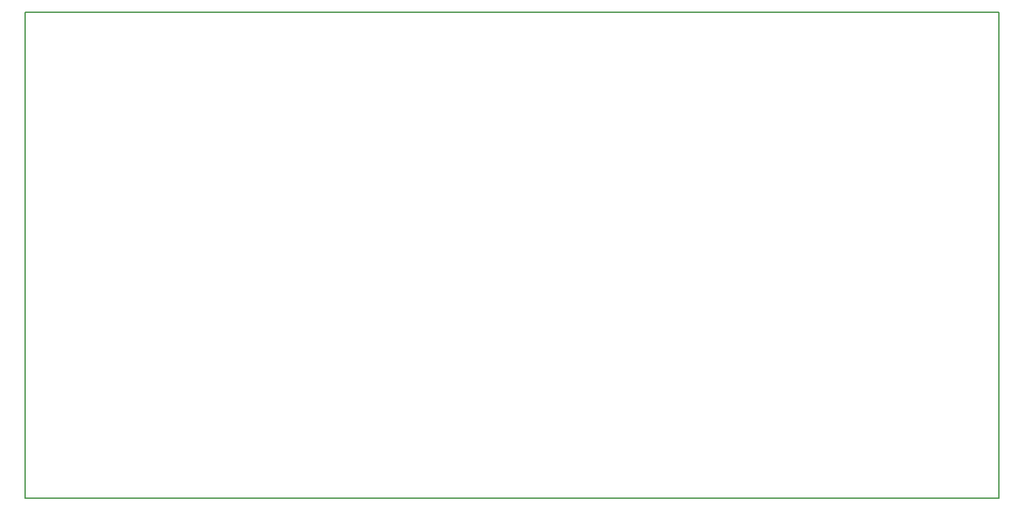
<source format=gm1>
G04 #@! TF.GenerationSoftware,KiCad,Pcbnew,(5.1.9)-1*
G04 #@! TF.CreationDate,2021-07-22T19:31:00+02:00*
G04 #@! TF.ProjectId,charge_pcb,63686172-6765-45f7-9063-622e6b696361,rev?*
G04 #@! TF.SameCoordinates,Original*
G04 #@! TF.FileFunction,Profile,NP*
%FSLAX46Y46*%
G04 Gerber Fmt 4.6, Leading zero omitted, Abs format (unit mm)*
G04 Created by KiCad (PCBNEW (5.1.9)-1) date 2021-07-22 19:31:00*
%MOMM*%
%LPD*%
G01*
G04 APERTURE LIST*
G04 #@! TA.AperFunction,Profile*
%ADD10C,0.150000*%
G04 #@! TD*
G04 APERTURE END LIST*
D10*
X212852000Y-61217000D02*
X84709000Y-61217000D01*
X212852000Y-125217000D02*
X212852000Y-61217000D01*
X84709000Y-125217000D02*
X212852000Y-125217000D01*
X84709000Y-61217000D02*
X84709000Y-125217000D01*
M02*

</source>
